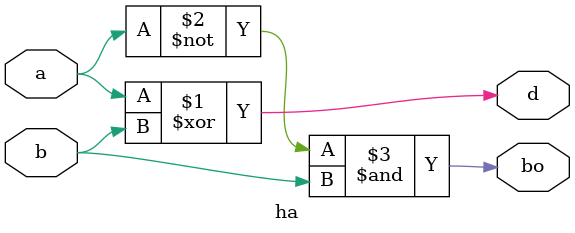
<source format=v>
module ha (a,b,d,bo);
  input  a,b;
  output d,bo;
  assign d = a^b;
  assign bo = ~a&b;
endmodule

</source>
